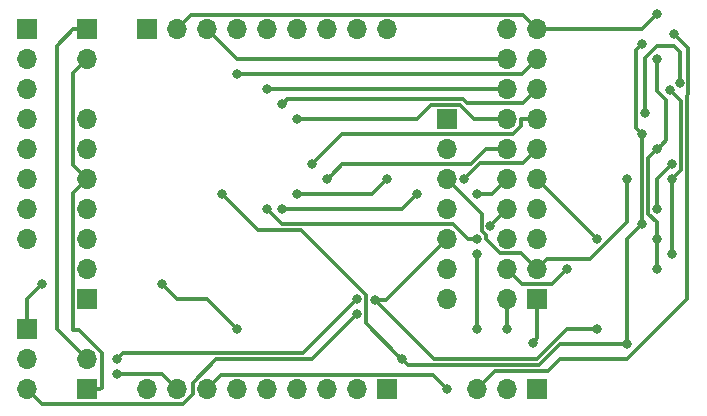
<source format=gbr>
G04 #@! TF.GenerationSoftware,KiCad,Pcbnew,(5.1.5)-3*
G04 #@! TF.CreationDate,2020-03-19T17:15:20+01:00*
G04 #@! TF.ProjectId,ProgrammingBoard,50726f67-7261-46d6-9d69-6e67426f6172,v0.1*
G04 #@! TF.SameCoordinates,Original*
G04 #@! TF.FileFunction,Copper,L2,Bot*
G04 #@! TF.FilePolarity,Positive*
%FSLAX46Y46*%
G04 Gerber Fmt 4.6, Leading zero omitted, Abs format (unit mm)*
G04 Created by KiCad (PCBNEW (5.1.5)-3) date 2020-03-19 17:15:20*
%MOMM*%
%LPD*%
G04 APERTURE LIST*
%ADD10O,1.700000X1.700000*%
%ADD11R,1.700000X1.700000*%
%ADD12C,0.800000*%
%ADD13C,0.300000*%
G04 APERTURE END LIST*
D10*
X168910000Y-132080000D03*
X171450000Y-132080000D03*
X173990000Y-132080000D03*
X176530000Y-132080000D03*
X179070000Y-132080000D03*
X181610000Y-132080000D03*
X184150000Y-132080000D03*
X186690000Y-132080000D03*
D11*
X189230000Y-132080000D03*
D10*
X196850000Y-132080000D03*
X199390000Y-132080000D03*
D11*
X201930000Y-132080000D03*
X158750000Y-127000000D03*
D10*
X158750000Y-129540000D03*
X158750000Y-132080000D03*
D11*
X163830000Y-132080000D03*
D10*
X163830000Y-129540000D03*
D11*
X168910000Y-101600000D03*
D10*
X171450000Y-101600000D03*
X173990000Y-101600000D03*
X176530000Y-101600000D03*
X179070000Y-101600000D03*
X181610000Y-101600000D03*
X184150000Y-101600000D03*
X186690000Y-101600000D03*
X189230000Y-101600000D03*
D11*
X194310000Y-109220000D03*
D10*
X194310000Y-111760000D03*
X194310000Y-114300000D03*
X194310000Y-116840000D03*
X194310000Y-119380000D03*
X194310000Y-121920000D03*
X194310000Y-124460000D03*
X163830000Y-109220000D03*
X163830000Y-111760000D03*
X163830000Y-114300000D03*
X163830000Y-116840000D03*
X163830000Y-119380000D03*
X163830000Y-121920000D03*
D11*
X163830000Y-124460000D03*
X201930000Y-124460000D03*
D10*
X199390000Y-124460000D03*
X201930000Y-121920000D03*
X199390000Y-121920000D03*
X201930000Y-119380000D03*
X199390000Y-119380000D03*
X201930000Y-116840000D03*
X199390000Y-116840000D03*
X201930000Y-114300000D03*
X199390000Y-114300000D03*
X201930000Y-111760000D03*
X199390000Y-111760000D03*
X201930000Y-109220000D03*
X199390000Y-109220000D03*
X201930000Y-106680000D03*
X199390000Y-106680000D03*
X201930000Y-104140000D03*
X199390000Y-104140000D03*
X201930000Y-101600000D03*
X199390000Y-101600000D03*
D11*
X158750000Y-101600000D03*
D10*
X158750000Y-104140000D03*
X158750000Y-106680000D03*
X158750000Y-109220000D03*
X158750000Y-111760000D03*
X158750000Y-114300000D03*
X158750000Y-116840000D03*
X158750000Y-119380000D03*
D11*
X163830000Y-101600000D03*
D10*
X163830000Y-104140000D03*
D12*
X188190011Y-124526914D03*
X186690000Y-124460000D03*
X207010000Y-127000000D03*
X166370000Y-129540000D03*
X210820000Y-118110000D03*
X210820000Y-110490000D03*
X210820000Y-102870000D03*
X209550000Y-128270000D03*
X190500000Y-129540000D03*
X175260000Y-115570000D03*
X213535338Y-101995010D03*
X213360000Y-114300000D03*
X213360000Y-120650000D03*
X213238662Y-106772790D03*
X212090000Y-104140000D03*
X212090000Y-119380000D03*
X212090000Y-111760000D03*
X212090000Y-121920000D03*
X212090000Y-100330000D03*
X176530000Y-105410000D03*
X179070000Y-106680000D03*
X180340000Y-107950000D03*
X181610000Y-109220000D03*
X182880000Y-113030000D03*
X184150000Y-114300000D03*
X204470000Y-121920000D03*
X209550000Y-114300000D03*
X201582745Y-128119458D03*
X186690000Y-125730000D03*
X199390000Y-127000000D03*
X196850000Y-120650000D03*
X196850000Y-127000000D03*
X179070000Y-116840000D03*
X196850000Y-119380000D03*
X197995119Y-118281839D03*
X207010000Y-119380000D03*
X194310000Y-132080000D03*
X180340000Y-116840000D03*
X191770000Y-115570000D03*
X196850000Y-115570000D03*
X195760003Y-114300000D03*
X189230000Y-114300000D03*
X181610000Y-115570000D03*
X160020000Y-123190000D03*
X176530000Y-127000000D03*
X170180000Y-123190000D03*
X166370000Y-130810000D03*
X211084536Y-108712334D03*
X214014979Y-106142429D03*
X213360000Y-113030000D03*
X212090000Y-116840000D03*
D13*
X163830000Y-129540000D02*
X161290000Y-127000000D01*
X162680000Y-101600000D02*
X163830000Y-101600000D01*
X161290000Y-102990000D02*
X162680000Y-101600000D01*
X161290000Y-127000000D02*
X161290000Y-102990000D01*
X194310000Y-119380000D02*
X189163086Y-124526914D01*
X189163086Y-124526914D02*
X188755696Y-124526914D01*
X188755696Y-124526914D02*
X188190011Y-124526914D01*
X207010000Y-127000000D02*
X204470000Y-127000000D01*
X204470000Y-127000000D02*
X201930000Y-129540000D01*
X193203097Y-129540000D02*
X188190011Y-124526914D01*
X201930000Y-129540000D02*
X193203097Y-129540000D01*
X186290001Y-124859999D02*
X186690000Y-124460000D01*
X182110011Y-129039989D02*
X186290001Y-124859999D01*
X166870011Y-129039989D02*
X182110011Y-129039989D01*
X166370000Y-129540000D02*
X166870011Y-129039989D01*
X210820000Y-118110000D02*
X210820000Y-110490000D01*
X209550000Y-128270000D02*
X209550000Y-119380000D01*
X209550000Y-119380000D02*
X210820000Y-118110000D01*
X162980001Y-113450001D02*
X163830000Y-114300000D01*
X162629999Y-113099999D02*
X162980001Y-113450001D01*
X162629999Y-105340001D02*
X162629999Y-113099999D01*
X163830000Y-104140000D02*
X162629999Y-105340001D01*
X162629999Y-115500001D02*
X162629999Y-127069999D01*
X163830000Y-114300000D02*
X162629999Y-115500001D01*
X163136001Y-127069999D02*
X165100000Y-129033998D01*
X162629999Y-127069999D02*
X163136001Y-127069999D01*
X164980000Y-132080000D02*
X163830000Y-132080000D01*
X165100000Y-131960000D02*
X164980000Y-132080000D01*
X165100000Y-129033998D02*
X165100000Y-131960000D01*
X175260000Y-115570000D02*
X178300010Y-118610010D01*
X187440001Y-126480001D02*
X190100001Y-129140001D01*
X178300010Y-118610010D02*
X181950012Y-118610010D01*
X190100001Y-129140001D02*
X190500000Y-129540000D01*
X187440001Y-124099999D02*
X187440001Y-126480001D01*
X181950012Y-118610010D02*
X187440001Y-124099999D01*
X202137112Y-130040010D02*
X191000010Y-130040010D01*
X209550000Y-128270000D02*
X203907122Y-128270000D01*
X203907122Y-128270000D02*
X202137112Y-130040010D01*
X190899999Y-129939999D02*
X190500000Y-129540000D01*
X191000010Y-130040010D02*
X190899999Y-129939999D01*
X210319989Y-103370011D02*
X210420001Y-103269999D01*
X210420001Y-103269999D02*
X210820000Y-102870000D01*
X210319989Y-109989989D02*
X210319989Y-103370011D01*
X210820000Y-110490000D02*
X210319989Y-109989989D01*
X198389979Y-130540021D02*
X196850000Y-132080000D01*
X203907122Y-129540000D02*
X202907101Y-130540021D01*
X209550000Y-129540000D02*
X203907122Y-129540000D01*
X202907101Y-130540021D02*
X198389979Y-130540021D01*
X213535338Y-101995010D02*
X214764989Y-103224661D01*
X214764989Y-103224661D02*
X214764989Y-107107889D01*
X214764989Y-107107889D02*
X214630000Y-107242878D01*
X214630000Y-107242878D02*
X214630000Y-124460000D01*
X214630000Y-124460000D02*
X209550000Y-129540000D01*
X213360000Y-114300000D02*
X213360000Y-120650000D01*
X213360000Y-114300000D02*
X214110001Y-113549999D01*
X214110001Y-107644129D02*
X213638661Y-107172789D01*
X214110001Y-113549999D02*
X214110001Y-107644129D01*
X213638661Y-107172789D02*
X213238662Y-106772790D01*
X212090000Y-121920000D02*
X212090000Y-119380000D01*
X212090000Y-104140000D02*
X212090000Y-106839998D01*
X212489999Y-111360001D02*
X212090000Y-111760000D01*
X212840001Y-107589999D02*
X212840001Y-111009999D01*
X212840001Y-111009999D02*
X212489999Y-111360001D01*
X212090000Y-106839998D02*
X212840001Y-107589999D01*
X211339998Y-117200002D02*
X212090000Y-117950004D01*
X212090000Y-118814315D02*
X212090000Y-119380000D01*
X212090000Y-111760000D02*
X211339998Y-112510002D01*
X211339998Y-112510002D02*
X211339998Y-117200002D01*
X212090000Y-117950004D02*
X212090000Y-118814315D01*
X172299999Y-100750001D02*
X171450000Y-101600000D01*
X172650001Y-100399999D02*
X172299999Y-100750001D01*
X200729999Y-100399999D02*
X172650001Y-100399999D01*
X201930000Y-101600000D02*
X200729999Y-100399999D01*
X201930000Y-101600000D02*
X210820000Y-101600000D01*
X210820000Y-101600000D02*
X212090000Y-100330000D01*
X176530000Y-104140000D02*
X173990000Y-101600000D01*
X199390000Y-104140000D02*
X176530000Y-104140000D01*
X201930000Y-104140000D02*
X200660000Y-105410000D01*
X200660000Y-105410000D02*
X176530000Y-105410000D01*
X199390000Y-106680000D02*
X179070000Y-106680000D01*
X200729999Y-107880001D02*
X196007125Y-107880001D01*
X196007125Y-107880001D02*
X195647113Y-107519989D01*
X195647113Y-107519989D02*
X180770011Y-107519989D01*
X201930000Y-106680000D02*
X200729999Y-107880001D01*
X180770011Y-107519989D02*
X180739999Y-107550001D01*
X180739999Y-107550001D02*
X180340000Y-107950000D01*
X195440001Y-108019999D02*
X192970001Y-108019999D01*
X196640002Y-109220000D02*
X195440001Y-108019999D01*
X199390000Y-109220000D02*
X196640002Y-109220000D01*
X192970001Y-108019999D02*
X191770000Y-109220000D01*
X191770000Y-109220000D02*
X181610000Y-109220000D01*
X201930000Y-109220000D02*
X200590001Y-109220000D01*
X200590001Y-109796001D02*
X199896002Y-110490000D01*
X200590001Y-109220000D02*
X200590001Y-109796001D01*
X199896002Y-110490000D02*
X185420000Y-110490000D01*
X185420000Y-110490000D02*
X182880000Y-113030000D01*
X185420000Y-113030000D02*
X184549999Y-113900001D01*
X197592881Y-111760000D02*
X196322881Y-113030000D01*
X199390000Y-111760000D02*
X197592881Y-111760000D01*
X184549999Y-113900001D02*
X184150000Y-114300000D01*
X196322881Y-113030000D02*
X185420000Y-113030000D01*
X204470000Y-121920000D02*
X203200000Y-123190000D01*
X200660000Y-123190000D02*
X199390000Y-121920000D01*
X203200000Y-123190000D02*
X200660000Y-123190000D01*
X197245119Y-118641839D02*
X197245119Y-117235119D01*
X197245119Y-117235119D02*
X195159999Y-115149999D01*
X197600002Y-119366004D02*
X197600002Y-118996722D01*
X197600002Y-118996722D02*
X197245119Y-118641839D01*
X200590001Y-120580001D02*
X198813999Y-120580001D01*
X195159999Y-115149999D02*
X194310000Y-114300000D01*
X201930000Y-121920000D02*
X200590001Y-120580001D01*
X198813999Y-120580001D02*
X197600002Y-119366004D01*
X209550000Y-114865685D02*
X209550000Y-114300000D01*
X209550000Y-117950002D02*
X209550000Y-114865685D01*
X206430001Y-121070001D02*
X209550000Y-117950002D01*
X202779999Y-121070001D02*
X206430001Y-121070001D01*
X201930000Y-121920000D02*
X202779999Y-121070001D01*
X201930000Y-124460000D02*
X201930000Y-127772203D01*
X201930000Y-127772203D02*
X201582745Y-128119458D01*
X158750000Y-132080000D02*
X160020000Y-133350000D01*
X172789999Y-131503999D02*
X174753998Y-129540000D01*
X172789999Y-132516003D02*
X172789999Y-131503999D01*
X171956002Y-133350000D02*
X172789999Y-132516003D01*
X160020000Y-133350000D02*
X171956002Y-133350000D01*
X174753998Y-129540000D02*
X182880000Y-129540000D01*
X182880000Y-129540000D02*
X186690000Y-125730000D01*
X199390000Y-124460000D02*
X199390000Y-127000000D01*
X196850000Y-120650000D02*
X196850000Y-127000000D01*
X179070000Y-116840000D02*
X180340000Y-118110000D01*
X194816002Y-118110000D02*
X196086002Y-119380000D01*
X180340000Y-118110000D02*
X194816002Y-118110000D01*
X196086002Y-119380000D02*
X196850000Y-119380000D01*
X197995119Y-118234881D02*
X199390000Y-116840000D01*
X197995119Y-118281839D02*
X197995119Y-118234881D01*
X201930000Y-114300000D02*
X207010000Y-119380000D01*
X175190001Y-130879999D02*
X174839999Y-131230001D01*
X193109999Y-130879999D02*
X175190001Y-130879999D01*
X174839999Y-131230001D02*
X173990000Y-132080000D01*
X194310000Y-132080000D02*
X193109999Y-130879999D01*
X180340000Y-116840000D02*
X190500000Y-116840000D01*
X190500000Y-116840000D02*
X191770000Y-115570000D01*
X198120000Y-115570000D02*
X199390000Y-114300000D01*
X196850000Y-115570000D02*
X198120000Y-115570000D01*
X197100002Y-112960001D02*
X195760003Y-114300000D01*
X200729999Y-112960001D02*
X197100002Y-112960001D01*
X201930000Y-111760000D02*
X200729999Y-112960001D01*
X189230000Y-114300000D02*
X187960000Y-115570000D01*
X187960000Y-115570000D02*
X181610000Y-115570000D01*
X158750000Y-124460000D02*
X160020000Y-123190000D01*
X158750000Y-127000000D02*
X158750000Y-124460000D01*
X175260000Y-125730000D02*
X176530000Y-127000000D01*
X170180000Y-123190000D02*
X171450000Y-124460000D01*
X173990000Y-124460000D02*
X175260000Y-125730000D01*
X171450000Y-124460000D02*
X173990000Y-124460000D01*
X166370000Y-130810000D02*
X170180000Y-130810000D01*
X170180000Y-130810000D02*
X171450000Y-132080000D01*
X213519998Y-103029998D02*
X214014979Y-103524979D01*
X211084536Y-104035462D02*
X212090000Y-103029998D01*
X214014979Y-103524979D02*
X214014979Y-105576744D01*
X211084536Y-108712334D02*
X211084536Y-104035462D01*
X212090000Y-103029998D02*
X213519998Y-103029998D01*
X214014979Y-105576744D02*
X214014979Y-106142429D01*
X213360000Y-113030000D02*
X212090000Y-114300000D01*
X212090000Y-114300000D02*
X212090000Y-116840000D01*
M02*

</source>
